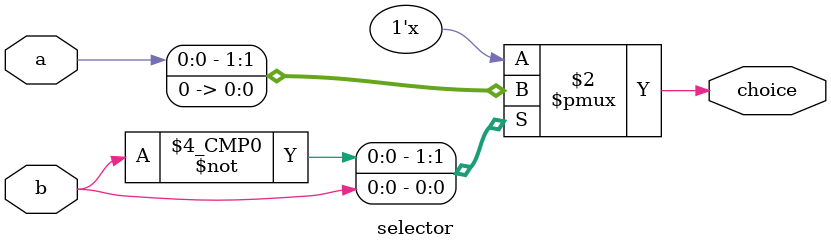
<source format=sv>
module selector(
input a,
input b,
output choice
);

always_comb
case(b)
	0: choice = a;
	1: choice = 0;
	default: choice = a;
endcase

endmodule
</source>
